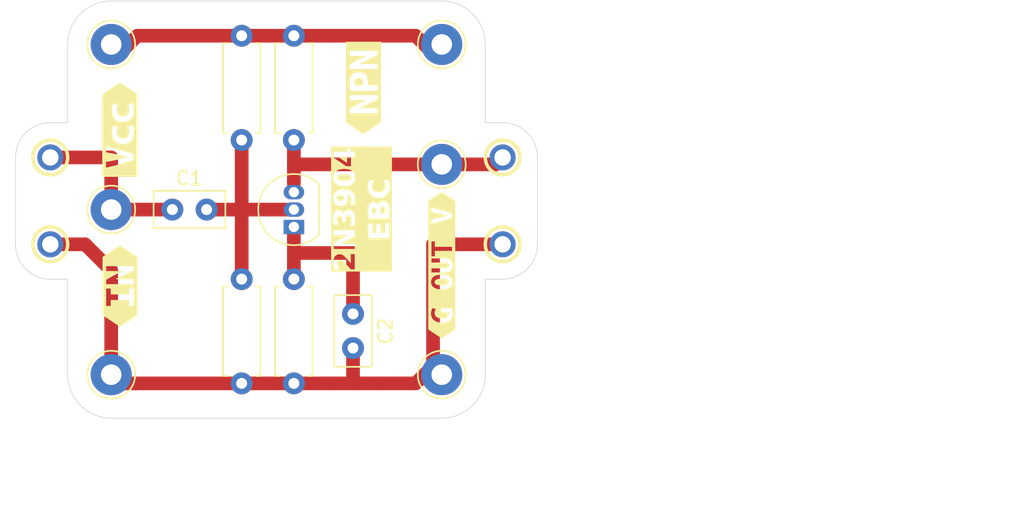
<source format=kicad_pcb>
(kicad_pcb (version 20240108) (generator "pcbnew") (generator_version "8.0")
  (layers (0 "F.Cu" signal) (31 "B.Cu" signal) (34 "B.Paste" user) (35 "F.Paste" user) (36 "B.SilkS" user "B.Silkscreen") (37 "F.SilkS" user "F.Silkscreen") (38 "B.Mask" user) (39 "F.Mask" user) (44 "Edge.Cuts" user))
  (net 0 "")
  (net 1 "GND")
  (net 2 "Net-(Q1-E)")
  (net 3 "Net-(Q1-B)")
  (net 4 "Net-(C1-Pad2)")
  (net 5 "Net-(Q1-C)")
  (net 6 "Net-(R1-Pad1)")
  (footprint "Resistor_THT:R_Axial_DIN0207_L6.3mm_D2.5mm_P7.62mm_Horizontal" (layer "F.Cu") (at 148.59 80.01 -90)
    (property "Reference" "R3" (hide yes))
    (property "Value" "R")
    (fp_line (start 0.54 1.37) (end 7.08 1.37) (stroke (width 0.12)) (layer "F.SilkS"))
    (fp_line (start 7.08 1.37) (end 7.08 1.04) (stroke (width 0.12)) (layer "F.SilkS"))
    (fp_line (start 0.54 1.04) (end 0.54 1.37) (stroke (width 0.12)) (layer "F.SilkS"))
    (fp_line (start 0.54 -1.04) (end 0.54 -1.37) (stroke (width 0.12)) (layer "F.SilkS"))
    (fp_line (start 0.54 -1.37) (end 7.08 -1.37) (stroke (width 0.12)) (layer "F.SilkS"))
    (fp_line (start 7.08 -1.37) (end 7.08 -1.04) (stroke (width 0.12)) (layer "F.SilkS"))
    (pad "1" thru_hole circle (at 0 0 270) (size 1.6 1.6) (drill 0.8) (layers "*.Cu" "*.Mask") (net 6 "Net-(R1-Pad1)"))
    (pad "2" thru_hole oval (at 7.62 0 270) (size 1.6 1.6) (drill 0.8) (layers "*.Cu" "*.Mask") (net 5 "Net-(Q1-C)"))
  )
  (footprint "TestPoint:TestPoint_THTPad_D3.0mm_Drill1.5mm" (layer "F.Cu") (at 159.385 80.645)
    (property "Reference" "TP3" (hide yes))
    (property "Value" "TestPoint")
    (fp_circle (center 0 0) (end 0 1.75) (stroke (width 0.12)) (fill none) (layer "F.SilkS"))
    (pad "1" thru_hole circle (at 0 0) (size 3 3) (drill 1.5) (layers "*.Cu" "*.Mask") (net 6 "Net-(R1-Pad1)"))
  )
  (footprint "Capacitor_THT:C_Disc_D5.0mm_W2.5mm_P2.50mm" (layer "F.Cu") (at 152.908 100.33 -90)
    (property "Reference" "C2" (at 1.27 -2.3622 90) (layer "F.SilkS"))
    (property "Value" "C")
    (fp_line (start -1.37 1.37) (end 3.87 1.37) (stroke (width 0.12)) (layer "F.SilkS"))
    (fp_line (start -1.37 -1.37) (end -1.37 1.37) (stroke (width 0.12)) (layer "F.SilkS"))
    (fp_line (start -1.37 -1.37) (end 3.87 -1.37) (stroke (width 0.12)) (layer "F.SilkS"))
    (fp_line (start 3.87 -1.37) (end 3.87 1.37) (stroke (width 0.12)) (layer "F.SilkS"))
    (pad "1" thru_hole circle (at 0 0 270) (size 1.6 1.6) (drill 0.8) (layers "*.Cu" "*.Mask") (net 2 "Net-(Q1-E)"))
    (pad "2" thru_hole circle (at 2.5 0 270) (size 1.6 1.6) (drill 0.8) (layers "*.Cu" "*.Mask") (net 1 "GND"))
  )
  (footprint "Resistor_THT:R_Axial_DIN0207_L6.3mm_D2.5mm_P7.62mm_Horizontal" (layer "F.Cu") (at 144.78 80.01 -90)
    (property "Reference" "R1" (hide yes))
    (property "Value" "R")
    (fp_line (start 0.54 1.37) (end 7.08 1.37) (stroke (width 0.12)) (layer "F.SilkS"))
    (fp_line (start 7.08 1.37) (end 7.08 1.04) (stroke (width 0.12)) (layer "F.SilkS"))
    (fp_line (start 0.54 1.04) (end 0.54 1.37) (stroke (width 0.12)) (layer "F.SilkS"))
    (fp_line (start 0.54 -1.04) (end 0.54 -1.37) (stroke (width 0.12)) (layer "F.SilkS"))
    (fp_line (start 0.54 -1.37) (end 7.08 -1.37) (stroke (width 0.12)) (layer "F.SilkS"))
    (fp_line (start 7.08 -1.37) (end 7.08 -1.04) (stroke (width 0.12)) (layer "F.SilkS"))
    (pad "1" thru_hole circle (at 0 0 270) (size 1.6 1.6) (drill 0.8) (layers "*.Cu" "*.Mask") (net 6 "Net-(R1-Pad1)"))
    (pad "2" thru_hole oval (at 7.62 0 270) (size 1.6 1.6) (drill 0.8) (layers "*.Cu" "*.Mask") (net 3 "Net-(Q1-B)"))
  )
  (footprint "kibuzzard-66C691BF" (layer "F.Cu") (at 159.385 96.774 90)
    (property "Reference" "kibuzzard-66C691BF" (hide yes))
    (property "Value" "G***" (hide yes))
    (fp_poly (pts (xy -1.467286 0) (xy -1.465166 0.105715) (xy -1.458805 0.204766) (xy -1.424879 0.370759) (xy -1.353393 0.482229) (xy -1.229806 0.523425) (xy -1.107431 0.482229) (xy -1.034733 0.369548) (xy -1.000808 0.203554) (xy -0.994447 0.105412) (xy -0.992326 0) (xy -0.994447 -0.105715) (xy -1.000808 -0.204766) (xy -1.034733 -0.370759) (xy -1.10622 -0.482229) (xy -1.229806 -0.523425) (xy -1.353393 -0.482229) (xy -1.424879 -0.369548) (xy -1.458805 -0.203554) (xy -1.465166 -0.105412) (xy -1.467286 0)) (fill solid) (layer "F.SilkS"))
    (fp_poly (pts (xy -4.193457 -0.984653) (xy -4.698304 -0.984653) (xy -5.354739 0) (xy -4.698304 0.984653) (xy -4.193457 0.984653) (xy -3.580372 0.984653) (xy -3.580372 0.782714) (xy -3.713954 0.770295) (xy -3.833603 0.733037) (xy -3.938106 0.671244) (xy -4.026252 0.585218) (xy -4.097132 0.47496) (xy -4.149838 0.340468) (xy -4.182553 0.182048) (xy -4.193457 0) (xy -4.180735 -0.18023) (xy -4.142569 -0.338045) (xy -4.082593 -0.472839) (xy -4.004443 -0.584006) (xy -3.90933 -0.670941) (xy -3.798465 -0.733037) (xy -3.675485 -0.770295) (xy -3.544023 -0.782714) (xy -3.387722 -0.769386) (xy -3.267771 -0.739095) (xy -3.184168 -0.702746) (xy -3.134491 -0.673667) (xy -3.212036 -0.436187) (xy -3.342892 -0.496769) (xy -3.502827 -0.523425) (xy -3.682149 -0.484653) (xy -3.8021 -0.376817) (xy -3.869952 -0.212036) (xy -3.8854 -0.111167) (xy -3.890549 0) (xy -3.881125 0.16357) (xy -3.852854 0.295638) (xy -3.805735 0.396204) (xy -3.700929 0.49162) (xy -3.556139 0.523425) (xy -3.497981 0.521002) (xy -3.439822 0.513732) (xy -3.439822 -0.033926) (xy -3.141761 -0.033926) (xy -3.141761 0.714863) (xy -3.307754 0.758481) (xy -3.43225 0.776656) (xy -3.580372 0.782714) (xy -3.580372 0.984653) (xy -1.227383 0.984653) (xy -1.227383 0.782714) (xy -1.389607 0.76077) (xy -1.524098 0.694938) (xy -1.630856 0.585218) (xy -1.691816 0.474581) (xy -1.735359 0.340166) (xy -1.761485 0.181972) (xy -1.770194 0) (xy -1.761258 -0.181972) (xy -1.734451 -0.340166) (xy -1.689772 -0.474581) (xy -1.627221 -0.585218) (xy -1.519521 -0.694938) (xy -1.387049 -0.76077) (xy -1.229806 -0.782714) (xy -1.067717 -0.76077) (xy -0.93363 -0.694938) (xy -0.827544 -0.585218) (xy -0.767114 -0.474581) (xy -0.72395 -0.340166) (xy -0.698051 -0.181972) (xy -0.689418 0) (xy -0.698203 0.181972) (xy -0.724556 0.340166) (xy -0.768477 0.474581) (xy -0.829968 0.585218) (xy -0.936591 0.694938) (xy -1.069063 0.76077) (xy -1.227383 0.782714) (xy -1.227383 0.984653) (xy -0.023021 0.984653) (xy -0.023021 0.782714) (xy -0.156603 0.772718) (xy -0.266559 0.74273) (xy -0.422859 0.627625) (xy -0.472536 0.544628) (xy -0.50525 0.44588) (xy -0.523425 0.333199) (xy -0.529483 0.208401) (xy -0.529483 -0.748788) (xy -0.228998 -0.748788) (xy -0.228998 0.189015) (xy -0.219305 0.347738) (xy -0.186591 0.450727) (xy -0.122375 0.506462) (xy -0.018174 0.523425) (xy 0.086026 0.506462) (xy 0.151454 0.449515) (xy 0.18538 0.345315) (xy 0.195073 0.186591) (xy 0.195073 -0.748788) (xy 0.493134 -0.748788) (xy 0.493134 0.208401) (xy 0.487076 0.333199) (xy 0.468901 0.44588) (xy 0.435582 0.544628) (xy 0.384087 0.627625) (xy 0.313813 0.693962) (xy 0.224152 0.74273) (xy 0.112682 0.772718) (xy -0.023021 0.782714) (xy -0.023021 0.984653) (xy 1.3437 0.984653) (xy 1.3437 0.751212) (xy 1.043215 0.751212) (xy 1.043215 -0.501616) (xy 0.648223 -0.501616) (xy 0.648223 -0.748788) (xy 1.738691 -0.748788) (xy 1.738691 -0.501616) (xy 1.3437 -0.501616) (xy 1.3437 0.751212) (xy 1.3437 0.984653) (xy 3.461632 0.984653) (xy 3.461632 0.751212) (xy 3.401656 0.573102) (xy 3.338045 0.373183) (xy 3.295234 0.232768) (xy 3.254039 0.092623) (xy 3.214459 -0.047254) (xy 3.177033 -0.184437) (xy 3.142299 -0.316505) (xy 3.110258 -0.443457) (xy 3.070275 -0.613086) (xy 3.042407 -0.748788) (xy 3.357431 -0.748788) (xy 3.375606 -0.623082) (xy 3.40105 -0.478595) (xy 3.431644 -0.322294) (xy 3.465267 -0.161147) (xy 3.501616 0.001212) (xy 3.540388 0.161147) (xy 3.580069 0.311692) (xy 3.619144 0.44588) (xy 3.657916 0.31351) (xy 3.696688 0.16357) (xy 3.734249 0.003635) (xy 3.769386 -0.158724) (xy 3.8021 -0.320174) (xy 3.832391 -0.477383) (xy 3.859047 -0.622779) (xy 3.880856 -0.748788) (xy 4.193457 -0.748788) (xy 4.161046 -0.594911) (xy 4.121971 -0.424071) (xy 4.076535 -0.240206) (xy 4.02504 -0.047254) (xy 3.98748 0.085218) (xy 3.947496 0.219305) (xy 3.905089 0.355008) (xy 3.860932 0.490038) (xy 3.815697 0.622106) (xy 3.769386 0.751212) (xy 3.461632 0.751212) (xy 3.461632 0.984653) (xy 4.193457 0.984653) (xy 4.698304 0.984653) (xy 5.354739 0) (xy 4.698304 -0.984653) (xy 4.193457 -0.984653) (xy -4.193457 -0.984653)) (fill solid) (layer "F.SilkS"))
  )
  (footprint "RH-5000:TEST-TH_BD2.54-P1.4_RED" (layer "F.Cu") (at 163.83 88.9)
    (property "Reference" "U2" (hide yes))
    (property "Value" "RH-5000")
    (fp_circle (center 0 0) (end 1.27 0) (stroke (width 0.25)) (fill none) (layer "F.SilkS"))
    (pad "1" thru_hole circle (at 0 0) (size 1.9 1.9) (drill 1.199998) (layers "*.Cu" "*.Paste" "*.Mask") (net 5 "Net-(Q1-C)"))
  )
  (footprint "kibuzzard-66C69C01" (layer "F.Cu") (at 153.67 83.82 90)
    (property "Reference" "kibuzzard-66C69C01" (hide yes))
    (property "Value" "G***" (hide yes))
    (fp_poly (pts (xy 0.388081 -0.66559) (xy 0.289535 -0.663974) (xy 0.190989 -0.655897) (xy 0.190989 -0.009693) (xy 0.35254 -0.009693) (xy 0.519745 -0.028675) (xy 0.640101 -0.085622) (xy 0.712798 -0.188611) (xy 0.737031 -0.345719) (xy 0.713202 -0.49475) (xy 0.641716 -0.592892) (xy 0.53065 -0.647415) (xy 0.388081 -0.66559)) (fill solid) (layer "F.SilkS"))
    (fp_poly (pts (xy -1.847783 -1.28056) (xy -2.520912 -1.28056) (xy -3.374619 0) (xy -2.520912 1.28056) (xy -1.847783 1.28056) (xy -0.849399 1.28056) (xy -0.849399 1.011309) (xy -0.94256 0.789625) (xy -1.041106 0.5683) (xy -1.145037 0.347334) (xy -1.254353 0.126369) (xy -1.369054 -0.094956) (xy -1.48914 -0.31664) (xy -1.48914 1.011309) (xy -1.847783 1.011309) (xy -1.847783 -0.988691) (xy -1.527912 -0.988691) (xy -1.437444 -0.840468) (xy -1.346975 -0.680129) (xy -1.257719 -0.514136) (xy -1.170885 -0.34895) (xy -1.088494 -0.186591) (xy -1.012565 -0.029079) (xy -0.945118 0.116317) (xy -0.888171 0.242326) (xy -0.888171 -0.988691) (xy -0.529528 -0.988691) (xy -0.529528 1.011309) (xy -0.849399 1.011309) (xy -0.849399 1.28056) (xy 0.190989 1.28056) (xy 0.190989 1.011309) (xy -0.206426 1.011309) (xy -0.206426 -0.962843) (xy -0.07557 -0.98546) (xy 0.071441 -1) (xy 0.216837 -1.008078) (xy 0.342847 -1.011309) (xy 0.577993 -0.993897) (xy 0.775085 -0.941662) (xy 0.934123 -0.854604) (xy 1.050799 -0.728056) (xy 1.120804 -0.557351) (xy 1.144139 -0.342488) (xy 1.120625 -0.125471) (xy 1.050081 0.047388) (xy 0.932508 0.17609) (xy 0.771854 0.264943) (xy 0.57207 0.318255) (xy 0.333154 0.336026) (xy 0.190989 0.336026) (xy 0.190989 1.011309) (xy 0.190989 1.28056) (xy 2.381619 1.28056) (xy 2.381619 1.011309) (xy 2.288458 0.789625) (xy 2.189912 0.5683) (xy 2.085981 0.347334) (xy 1.976665 0.126369) (xy 1.861964 -0.094956) (xy 1.741878 -0.31664) (xy 1.741878 1.011309) (xy 1.383235 1.011309) (xy 1.383235 -0.988691) (xy 1.703105 -0.988691) (xy 1.793574 -0.840468) (xy 1.884042 -0.680129) (xy 1.973299 -0.514136) (xy 2.060133 -0.34895) (xy 2.142524 -0.186591) (xy 2.218453 -0.029079) (xy 2.2859 0.116317) (xy 2.342847 0.242326) (xy 2.342847 -0.988691) (xy 2.70149 -0.988691) (xy 2.70149 1.011309) (xy 2.381619 1.011309) (xy 2.381619 1.28056) (xy 2.70149 1.28056) (xy 3.374619 1.28056) (xy 3.374619 -1.28056) (xy 2.70149 -1.28056) (xy -1.847783 -1.28056)) (fill solid) (layer "F.SilkS"))
  )
  (footprint "TestPoint:TestPoint_THTPad_D3.0mm_Drill1.5mm" (layer "F.Cu") (at 159.385 104.775)
    (property "Reference" "TP2" (hide yes))
    (property "Value" "TestPoint")
    (fp_circle (center 0 0) (end 0 1.75) (stroke (width 0.12)) (fill none) (layer "F.SilkS"))
    (pad "1" thru_hole circle (at 0 0) (size 3 3) (drill 1.5) (layers "*.Cu" "*.Mask") (net 1 "GND"))
  )
  (footprint "TestPoint:TestPoint_THTPad_D3.0mm_Drill1.5mm" (layer "F.Cu") (at 135.255 80.645)
    (property "Reference" "TP6" (hide yes))
    (property "Value" "TestPoint")
    (fp_circle (center 0 0) (end 0 1.75) (stroke (width 0.12)) (fill none) (layer "F.SilkS"))
    (pad "1" thru_hole circle (at 0 0) (size 3 3) (drill 1.5) (layers "*.Cu" "*.Mask") (net 6 "Net-(R1-Pad1)"))
  )
  (footprint "Resistor_THT:R_Axial_DIN0207_L6.3mm_D2.5mm_P7.62mm_Horizontal" (layer "F.Cu") (at 148.59 97.79 -90)
    (property "Reference" "R4" (hide yes))
    (property "Value" "R")
    (fp_line (start 0.54 1.37) (end 7.08 1.37) (stroke (width 0.12)) (layer "F.SilkS"))
    (fp_line (start 7.08 1.37) (end 7.08 1.04) (stroke (width 0.12)) (layer "F.SilkS"))
    (fp_line (start 0.54 1.04) (end 0.54 1.37) (stroke (width 0.12)) (layer "F.SilkS"))
    (fp_line (start 0.54 -1.04) (end 0.54 -1.37) (stroke (width 0.12)) (layer "F.SilkS"))
    (fp_line (start 0.54 -1.37) (end 7.08 -1.37) (stroke (width 0.12)) (layer "F.SilkS"))
    (fp_line (start 7.08 -1.37) (end 7.08 -1.04) (stroke (width 0.12)) (layer "F.SilkS"))
    (pad "1" thru_hole circle (at 0 0 270) (size 1.6 1.6) (drill 0.8) (layers "*.Cu" "*.Mask") (net 2 "Net-(Q1-E)"))
    (pad "2" thru_hole oval (at 7.62 0 270) (size 1.6 1.6) (drill 0.8) (layers "*.Cu" "*.Mask") (net 1 "GND"))
  )
  (footprint "RH-5000:TEST-TH_BD2.54-P1.4_RED" (layer "F.Cu") (at 163.83 95.25)
    (property "Reference" "U3" (hide yes))
    (property "Value" "RH-5000")
    (fp_circle (center 0 0) (end 1.27 0) (stroke (width 0.25)) (fill none) (layer "F.SilkS"))
    (pad "1" thru_hole circle (at 0 0) (size 1.9 1.9) (drill 1.199998) (layers "*.Cu" "*.Paste" "*.Mask") (net 1 "GND"))
  )
  (footprint "Resistor_THT:R_Axial_DIN0207_L6.3mm_D2.5mm_P7.62mm_Horizontal" (layer "F.Cu") (at 144.78 97.79 -90)
    (property "Reference" "R2" (hide yes))
    (property "Value" "R")
    (fp_line (start 0.54 1.37) (end 7.08 1.37) (stroke (width 0.12)) (layer "F.SilkS"))
    (fp_line (start 7.08 1.37) (end 7.08 1.04) (stroke (width 0.12)) (layer "F.SilkS"))
    (fp_line (start 0.54 1.04) (end 0.54 1.37) (stroke (width 0.12)) (layer "F.SilkS"))
    (fp_line (start 0.54 -1.04) (end 0.54 -1.37) (stroke (width 0.12)) (layer "F.SilkS"))
    (fp_line (start 0.54 -1.37) (end 7.08 -1.37) (stroke (width 0.12)) (layer "F.SilkS"))
    (fp_line (start 7.08 -1.37) (end 7.08 -1.04) (stroke (width 0.12)) (layer "F.SilkS"))
    (pad "1" thru_hole circle (at 0 0 270) (size 1.6 1.6) (drill 0.8) (layers "*.Cu" "*.Mask") (net 3 "Net-(Q1-B)"))
    (pad "2" thru_hole oval (at 7.62 0 270) (size 1.6 1.6) (drill 0.8) (layers "*.Cu" "*.Mask") (net 1 "GND"))
  )
  (footprint "TestPoint:TestPoint_THTPad_D3.0mm_Drill1.5mm" (layer "F.Cu") (at 135.255 92.71)
    (property "Reference" "TP1" (hide yes))
    (property "Value" "TestPoint")
    (fp_circle (center 0 0) (end 0 1.75) (stroke (width 0.12)) (fill none) (layer "F.SilkS"))
    (pad "1" thru_hole circle (at 0 0) (size 3 3) (drill 1.5) (layers "*.Cu" "*.Mask") (net 4 "Net-(C1-Pad2)"))
  )
  (footprint "TestPoint:TestPoint_THTPad_D3.0mm_Drill1.5mm" (layer "F.Cu") (at 159.385 89.408)
    (property "Reference" "TP5" (hide yes))
    (property "Value" "TestPoint")
    (fp_circle (center 0 0) (end 0 1.75) (stroke (width 0.12)) (fill none) (layer "F.SilkS"))
    (pad "1" thru_hole circle (at 0 0) (size 3 3) (drill 1.5) (layers "*.Cu" "*.Mask") (net 5 "Net-(Q1-C)"))
  )
  (footprint "RH-5000:TEST-TH_BD2.54-P1.4_RED" (layer "F.Cu") (at 130.81 95.25)
    (property "Reference" "U4" (hide yes))
    (property "Value" "RH-5000")
    (fp_circle (center 0 0) (end 1.27 0) (stroke (width 0.25)) (fill none) (layer "F.SilkS"))
    (pad "1" thru_hole circle (at 0 0) (size 1.9 1.9) (drill 1.199998) (layers "*.Cu" "*.Paste" "*.Mask") (net 1 "GND"))
  )
  (footprint "TestPoint:TestPoint_THTPad_D3.0mm_Drill1.5mm" (layer "F.Cu") (at 135.255 104.775)
    (property "Reference" "TP4" (hide yes))
    (property "Value" "TestPoint")
    (fp_circle (center 0 0) (end 0 1.75) (stroke (width 0.12)) (fill none) (layer "F.SilkS"))
    (pad "1" thru_hole circle (at 0 0) (size 3 3) (drill 1.5) (layers "*.Cu" "*.Mask") (net 1 "GND"))
  )
  (footprint "kibuzzard-66C6985C" (layer "F.Cu") (at 135.89 98.298 90)
    (property "Reference" "kibuzzard-66C6985C" (hide yes))
    (property "Value" "G***" (hide yes))
    (fp_poly (pts (xy -1.453958 -1.269251) (xy -2.127087 -1.269251) (xy -2.973254 0) (xy -2.127087 1.269251) (xy -1.453958 1.269251) (xy -1.453958 1) (xy -1.453958 0.670436) (xy -1.017771 0.670436) (xy -1.017771 -0.670436) (xy -1.453958 -0.670436) (xy -1.453958 -1) (xy -0.184168 -1) (xy -0.184168 -0.670436) (xy -0.617124 -0.670436) (xy -0.617124 0.670436) (xy -0.184168 0.670436) (xy -0.184168 1) (xy -1.453958 1) (xy -1.453958 1.269251) (xy 1.134087 1.269251) (xy 1.134087 1) (xy 1.040926 0.778316) (xy 0.94238 0.556992) (xy 0.838449 0.336026) (xy 0.729133 0.11506) (xy 0.614432 -0.106265) (xy 0.494346 -0.327948) (xy 0.494346 1) (xy 0.135703 1) (xy 0.135703 -1) (xy 0.455574 -1) (xy 0.546042 -0.851777) (xy 0.636511 -0.691438) (xy 0.725767 -0.525444) (xy 0.812601 -0.360258) (xy 0.894992 -0.1979) (xy 0.970921 -0.040388) (xy 1.038368 0.105008) (xy 1.095315 0.231018) (xy 1.095315 -1) (xy 1.453958 -1) (xy 1.453958 1) (xy 1.134087 1) (xy 1.134087 1.269251) (xy 1.453958 1.269251) (xy 2.127087 1.269251) (xy 2.973254 0) (xy 2.127087 -1.269251) (xy 1.453958 -1.269251) (xy -1.453958 -1.269251)) (fill solid) (layer "F.SilkS"))
  )
  (footprint "kibuzzard-66C69BD3" (layer "F.Cu") (at 135.89 86.868 90)
    (property "Reference" "kibuzzard-66C69BD3" (hide yes))
    (property "Value" "G***" (hide yes))
    (fp_poly (pts (xy -2.776342 -1.287022) (xy -3.44947 -1.287022) (xy -3.44947 1.287022) (xy -2.776342 1.287022) (xy -2.217376 1.287022) (xy -2.217376 0.982229) (xy -2.297343 0.74475) (xy -2.382158 0.478191) (xy -2.439239 0.290971) (xy -2.494166 0.104111) (xy -2.54694 -0.082391) (xy -2.596841 -0.265302) (xy -2.643152 -0.441393) (xy -2.685873 -0.610662) (xy -2.739185 -0.836834) (xy -2.776342 -1.017771) (xy -2.356309 -1.017771) (xy -2.332077 -0.850162) (xy -2.298151 -0.657512) (xy -2.25736 -0.449111) (xy -2.212529 -0.234249) (xy -2.164064 -0.017771) (xy -2.112368 0.195477) (xy -2.05946 0.396204) (xy -2.00736 0.575121) (xy -1.955663 0.398627) (xy -1.903967 0.198708) (xy -1.853886 -0.01454) (xy -1.807036 -0.231018) (xy -1.763418 -0.446284) (xy -1.72303 -0.655897) (xy -1.687489 -0.849758) (xy -1.65841 -1.017771) (xy -1.241608 -1.017771) (xy -1.284823 -0.812601) (xy -1.336923 -0.584814) (xy -1.397505 -0.339661) (xy -1.466164 -0.082391) (xy -1.516245 0.094238) (xy -1.569557 0.273021) (xy -1.626099 0.453958) (xy -1.684976 0.633997) (xy -1.745288 0.810088) (xy -1.807036 0.982229) (xy -2.217376 0.982229) (xy -2.217376 1.287022) (xy -0.181835 1.287022) (xy -0.181835 1.017771) (xy -0.397909 1.002423) (xy -0.580865 0.956381) (xy -0.732319 0.883683) (xy -0.853886 0.788368) (xy -0.946374 0.672052) (xy -1.010591 0.536349) (xy -1.048151 0.385299) (xy -1.060671 0.22294) (xy -1.047747 0.063005) (xy -1.008975 -0.087237) (xy -0.943547 -0.223344) (xy -0.850655 -0.340872) (xy -0.729896 -0.437803) (xy -0.580865 -0.512116) (xy -0.401948 -0.55937) (xy -0.191528 -0.575121) (xy 0.05403 -0.555735) (xy 0.27697 -0.491115) (xy 0.189733 -0.171244) (xy 0.045952 -0.211632) (xy -0.155986 -0.229402) (xy -0.393466 -0.195477) (xy -0.54694 -0.101777) (xy -0.630946 0.042003) (xy -0.656794 0.22294) (xy -0.627311 0.410339) (xy -0.538862 0.552504) (xy -0.37933 0.642165) (xy -0.1366 0.672052) (xy 0.058876 0.659128) (xy 0.24466 0.617124) (xy 0.302818 0.943457) (xy 0.099264 0.996769) (xy -0.030784 1.01252) (xy -0.181835 1.017771) (xy -0.181835 1.287022) (xy 1.433674 1.287022) (xy 1.433674 1.017771) (xy 1.2176 1.002423) (xy 1.034644 0.956381) (xy 0.88319 0.883683) (xy 0.761623 0.788368) (xy 0.669135 0.672052) (xy 0.604918 0.536349) (xy 0.567358 0.385299) (xy 0.554838 0.22294) (xy 0.567762 0.063005) (xy 0.606534 -0.087237) (xy 0.671962 -0.223344) (xy 0.764854 -0.340872) (xy 0.885613 -0.437803) (xy 1.034644 -0.512116) (xy 1.213561 -0.55937) (xy 1.423981 -0.575121) (xy 1.669539 -0.555735) (xy 1.892479 -0.491115) (xy 1.805241 -0.171244) (xy 1.661461 -0.211632) (xy 1.459523 -0.229402) (xy 1.222043 -0.195477) (xy 1.068569 -0.101777) (xy 0.984563 0.042003) (xy 0.958715 0.22294) (xy 0.988198 0.410339) (xy 1.076647 0.552504) (xy 1.236178 0.642165) (xy 1.478909 0.672052) (xy 1.674385 0.659128) (xy 1.860169 0.617124) (xy 1.918327 0.943457) (xy 1.714773 0.996769) (xy 1.584724 1.01252) (xy 1.433674 1.017771) (xy 1.433674 1.287022) (xy 1.918327 1.287022) (xy 2.591456 1.287022) (xy 3.44947 0) (xy 2.591456 -1.287022) (xy 1.918327 -1.287022) (xy -2.776342 -1.287022)) (fill solid) (layer "F.SilkS"))
  )
  (footprint "Capacitor_THT:C_Disc_D5.0mm_W2.5mm_P2.50mm" (layer "F.Cu") (at 142.22 92.71 180)
    (property "Reference" "C1" (at 1.27 2.286 0) (layer "F.SilkS"))
    (property "Value" "C")
    (fp_line (start 3.87 -1.37) (end 3.87 1.37) (stroke (width 0.12)) (layer "F.SilkS"))
    (fp_line (start -1.37 1.37) (end 3.87 1.37) (stroke (width 0.12)) (layer "F.SilkS"))
    (fp_line (start -1.37 -1.37) (end 3.87 -1.37) (stroke (width 0.12)) (layer "F.SilkS"))
    (fp_line (start -1.37 -1.37) (end -1.37 1.37) (stroke (width 0.12)) (layer "F.SilkS"))
    (pad "1" thru_hole circle (at 0 0 180) (size 1.6 1.6) (drill 0.8) (layers "*.Cu" "*.Mask") (net 3 "Net-(Q1-B)"))
    (pad "2" thru_hole circle (at 2.5 0 180) (size 1.6 1.6) (drill 0.8) (layers "*.Cu" "*.Mask") (net 4 "Net-(C1-Pad2)"))
  )
  (footprint "RH-5000:TEST-TH_BD2.54-P1.4_RED" (layer "F.Cu") (at 130.81 88.9)
    (property "Reference" "U1" (hide yes))
    (property "Value" "RH-5000")
    (fp_circle (center 0 0) (end 1.27 0) (stroke (width 0.25)) (fill none) (layer "F.SilkS"))
    (pad "1" thru_hole circle (at 0 0) (size 1.9 1.9) (drill 1.199998) (layers "*.Cu" "*.Paste" "*.Mask") (net 4 "Net-(C1-Pad2)"))
  )
  (footprint "Package_TO_SOT_THT:TO-92_Inline" (layer "F.Cu") (at 148.59 93.98 90)
    (property "Reference" "Q1" (hide yes))
    (property "Value" "2N3904")
    (fp_line (start -0.53 1.85) (end 3.07 1.85) (stroke (width 0.12)) (layer "F.SilkS"))
    (fp_arc (start 1.27 -2.6) (mid 3.672087 -0.994977) (end 3.108478 1.838478) (stroke (width 0.12)) (layer "F.SilkS"))
    (fp_arc (start -0.568478 1.838478) (mid -1.132087 -0.994977) (end 1.27 -2.6) (stroke (width 0.12)) (layer "F.SilkS"))
    (pad "1" thru_hole rect (at 0 0 90) (size 1.05 1.5) (drill 0.75) (layers "*.Cu" "*.Mask") (net 2 "Net-(Q1-E)"))
    (pad "2" thru_hole oval (at 1.27 0 90) (size 1.05 1.5) (drill 0.75) (layers "*.Cu" "*.Mask") (net 3 "Net-(Q1-B)"))
    (pad "3" thru_hole oval (at 2.54 0 90) (size 1.05 1.5) (drill 0.75) (layers "*.Cu" "*.Mask") (net 5 "Net-(Q1-C)"))
  )
  (gr_arc (start 128.27 88.9) (mid 129.013949 87.103949) (end 130.81 86.36) (stroke (width 0.05)) (layer "Edge.Cuts"))
  (gr_line (start 132.08 86.36) (end 130.81 86.36) (stroke (width 0.05)) (layer "Edge.Cuts"))
  (gr_arc (start 130.81 97.79) (mid 129.013949 97.046051) (end 128.27 95.25) (stroke (width 0.05)) (layer "Edge.Cuts"))
  (gr_line (start 163.83 97.79) (end 162.56 97.79) (stroke (width 0.05)) (layer "Edge.Cuts"))
  (gr_arc (start 132.08 80.645) (mid 133.009936 78.399936) (end 135.255 77.47) (stroke (width 0.05)) (layer "Edge.Cuts"))
  (gr_line (start 159.385 107.95) (end 135.255 107.95) (stroke (width 0.05)) (layer "Edge.Cuts"))
  (gr_arc (start 162.56 104.775) (mid 161.630064 107.020064) (end 159.385 107.95) (stroke (width 0.05)) (layer "Edge.Cuts"))
  (gr_line (start 132.08 80.645) (end 132.08 86.36) (stroke (width 0.05)) (layer "Edge.Cuts"))
  (gr_line (start 162.56 86.36) (end 162.56 80.645) (stroke (width 0.05)) (layer "Edge.Cuts"))
  (gr_arc (start 166.37 95.25) (mid 165.626051 97.046051) (end 163.83 97.79) (stroke (width 0.05)) (layer "Edge.Cuts"))
  (gr_line (start 130.81 97.79) (end 132.08 97.79) (stroke (width 0.05)) (layer "Edge.Cuts"))
  (gr_line (start 128.27 88.9) (end 128.27 95.25) (stroke (width 0.05)) (layer "Edge.Cuts"))
  (gr_arc (start 135.255 107.95) (mid 133.009936 107.020064) (end 132.08 104.775) (stroke (width 0.05)) (layer "Edge.Cuts"))
  (gr_line (start 162.56 86.36) (end 163.83 86.36) (stroke (width 0.05)) (layer "Edge.Cuts"))
  (gr_arc (start 159.385 77.47) (mid 161.630064 78.399936) (end 162.56 80.645) (stroke (width 0.05)) (layer "Edge.Cuts"))
  (gr_line (start 135.255 77.47) (end 159.385 77.47) (stroke (width 0.05)) (layer "Edge.Cuts"))
  (gr_line (start 132.08 104.775) (end 132.08 97.79) (stroke (width 0.05)) (layer "Edge.Cuts"))
  (gr_line (start 162.56 97.79) (end 162.56 104.775) (stroke (width 0.05)) (layer "Edge.Cuts"))
  (gr_arc (start 163.83 86.36) (mid 165.626051 87.103949) (end 166.37 88.9) (stroke (width 0.05)) (layer "Edge.Cuts"))
  (gr_line (start 166.37 88.9) (end 166.37 95.25) (stroke (width 0.05)) (layer "Edge.Cuts"))
  (gr_text "2N3904\nEBC" (at 153.67 92.71 90) (layer "F.SilkS" knockout) (effects (font (size 1.5 1.5) (thickness 0.2) (bold yes))))
  (segment (start 154.94 105.41) (end 157.48 105.41) (width 1) (layer "F.Cu") (net 1))
  (segment (start 135.255 97.155) (end 133.35 95.25) (width 1) (layer "F.Cu") (net 1))
  (segment (start 151.13 105.41) (end 144.78 105.41) (width 1) (layer "F.Cu") (net 1))
  (segment (start 157.48 105.41) (end 158.75 104.14) (width 1) (layer "F.Cu") (net 1))
  (segment (start 151.13 105.41) (end 154.94 105.41) (width 1) (layer "F.Cu") (net 1))
  (segment (start 133.35 95.25) (end 130.81 95.25) (width 1) (layer "F.Cu") (net 1))
  (segment (start 135.255 104.775) (end 135.255 97.155) (width 1) (layer "F.Cu") (net 1))
  (segment (start 158.75 95.25) (end 163.83 95.25) (width 1) (layer "F.Cu") (net 1))
  (segment (start 152.908 102.85) (end 152.908 105.41) (width 1) (layer "F.Cu") (net 1))
  (segment (start 158.75 104.14) (end 158.75 95.25) (width 1) (layer "F.Cu") (net 1))
  (segment (start 135.89 105.41) (end 135.255 104.775) (width 1) (layer "F.Cu") (net 1))
  (segment (start 144.78 105.41) (end 135.89 105.41) (width 1) (layer "F.Cu") (net 1))
  (segment (start 148.717 95.885) (end 152.908 95.885) (width 1) (layer "F.Cu") (net 2))
  (segment (start 148.59 93.98) (end 148.59 97.79) (width 1) (layer "F.Cu") (net 2))
  (segment (start 152.908 95.885) (end 152.908 100.35) (width 1) (layer "F.Cu") (net 2))
  (segment (start 144.78 87.63) (end 144.78 97.79) (width 1) (layer "F.Cu") (net 3))
  (segment (start 142.22 92.71) (end 148.59 92.71) (width 1) (layer "F.Cu") (net 3))
  (segment (start 139.72 92.71) (end 135.255 92.71) (width 1) (layer "F.Cu") (net 4))
  (segment (start 135.255 88.9) (end 130.81 88.9) (width 1) (layer "F.Cu") (net 4))
  (segment (start 135.255 92.71) (end 135.255 88.9) (width 1) (layer "F.Cu") (net 4))
  (segment (start 148.59 90.805) (end 148.59 87.63) (width 1) (layer "F.Cu") (net 5))
  (segment (start 163.322 89.408) (end 163.83 88.9) (width 1) (layer "F.Cu") (net 5))
  (segment (start 148.59 89.408) (end 163.322 89.408) (width 1) (layer "F.Cu") (net 5))
  (segment (start 151.13 80.01) (end 157.48 80.01) (width 1) (layer "F.Cu") (net 6))
  (segment (start 157.48 80.01) (end 158.75 81.28) (width 1) (layer "F.Cu") (net 6))
  (segment (start 144.78 80.01) (end 137.16 80.01) (width 1) (layer "F.Cu") (net 6))
  (segment (start 137.16 80.01) (end 135.89 81.28) (width 1) (layer "F.Cu") (net 6))
  (segment (start 144.78 80.01) (end 151.13 80.01) (width 1) (layer "F.Cu") (net 6))
)
</source>
